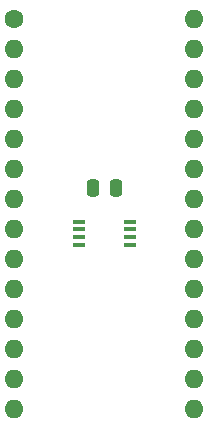
<source format=gbr>
%TF.GenerationSoftware,KiCad,Pcbnew,8.0.8*%
%TF.CreationDate,2025-02-02T11:15:27+01:00*%
%TF.ProjectId,NoTimekeeper,4e6f5469-6d65-46b6-9565-7065722e6b69,rev?*%
%TF.SameCoordinates,Original*%
%TF.FileFunction,Soldermask,Bot*%
%TF.FilePolarity,Negative*%
%FSLAX46Y46*%
G04 Gerber Fmt 4.6, Leading zero omitted, Abs format (unit mm)*
G04 Created by KiCad (PCBNEW 8.0.8) date 2025-02-02 11:15:27*
%MOMM*%
%LPD*%
G01*
G04 APERTURE LIST*
G04 Aperture macros list*
%AMRoundRect*
0 Rectangle with rounded corners*
0 $1 Rounding radius*
0 $2 $3 $4 $5 $6 $7 $8 $9 X,Y pos of 4 corners*
0 Add a 4 corners polygon primitive as box body*
4,1,4,$2,$3,$4,$5,$6,$7,$8,$9,$2,$3,0*
0 Add four circle primitives for the rounded corners*
1,1,$1+$1,$2,$3*
1,1,$1+$1,$4,$5*
1,1,$1+$1,$6,$7*
1,1,$1+$1,$8,$9*
0 Add four rect primitives between the rounded corners*
20,1,$1+$1,$2,$3,$4,$5,0*
20,1,$1+$1,$4,$5,$6,$7,0*
20,1,$1+$1,$6,$7,$8,$9,0*
20,1,$1+$1,$8,$9,$2,$3,0*%
G04 Aperture macros list end*
%ADD10C,1.600000*%
%ADD11O,1.600000X1.600000*%
%ADD12RoundRect,0.250000X-0.250000X-0.475000X0.250000X-0.475000X0.250000X0.475000X-0.250000X0.475000X0*%
%ADD13RoundRect,0.100000X0.450000X0.100000X-0.450000X0.100000X-0.450000X-0.100000X0.450000X-0.100000X0*%
G04 APERTURE END LIST*
D10*
%TO.C,U4*%
X110185000Y-53505000D03*
D11*
X110185000Y-56045000D03*
X110185000Y-58585000D03*
X110185000Y-61125000D03*
X110185000Y-63665000D03*
X110185000Y-66205000D03*
X110185000Y-68745000D03*
X110185000Y-71285000D03*
X110185000Y-73825000D03*
X110185000Y-76365000D03*
X110185000Y-78905000D03*
X110185000Y-81445000D03*
X110185000Y-83985000D03*
X110185000Y-86525000D03*
X125425000Y-86525000D03*
X125425000Y-83985000D03*
X125425000Y-81445000D03*
X125425000Y-78905000D03*
X125425000Y-76365000D03*
X125425000Y-73825000D03*
X125425000Y-71285000D03*
X125425000Y-68745000D03*
X125425000Y-66205000D03*
X125425000Y-63665000D03*
X125425000Y-61125000D03*
X125425000Y-58585000D03*
X125425000Y-56045000D03*
X125425000Y-53505000D03*
%TD*%
D12*
%TO.C,C1*%
X116842500Y-67801224D03*
X118742500Y-67801224D03*
%TD*%
D13*
%TO.C,U2*%
X119955000Y-70628724D03*
X119955000Y-71278724D03*
X119955000Y-71928724D03*
X119955000Y-72578724D03*
X115655000Y-72578724D03*
X115655000Y-71928724D03*
X115655000Y-71278724D03*
X115655000Y-70628724D03*
%TD*%
M02*

</source>
